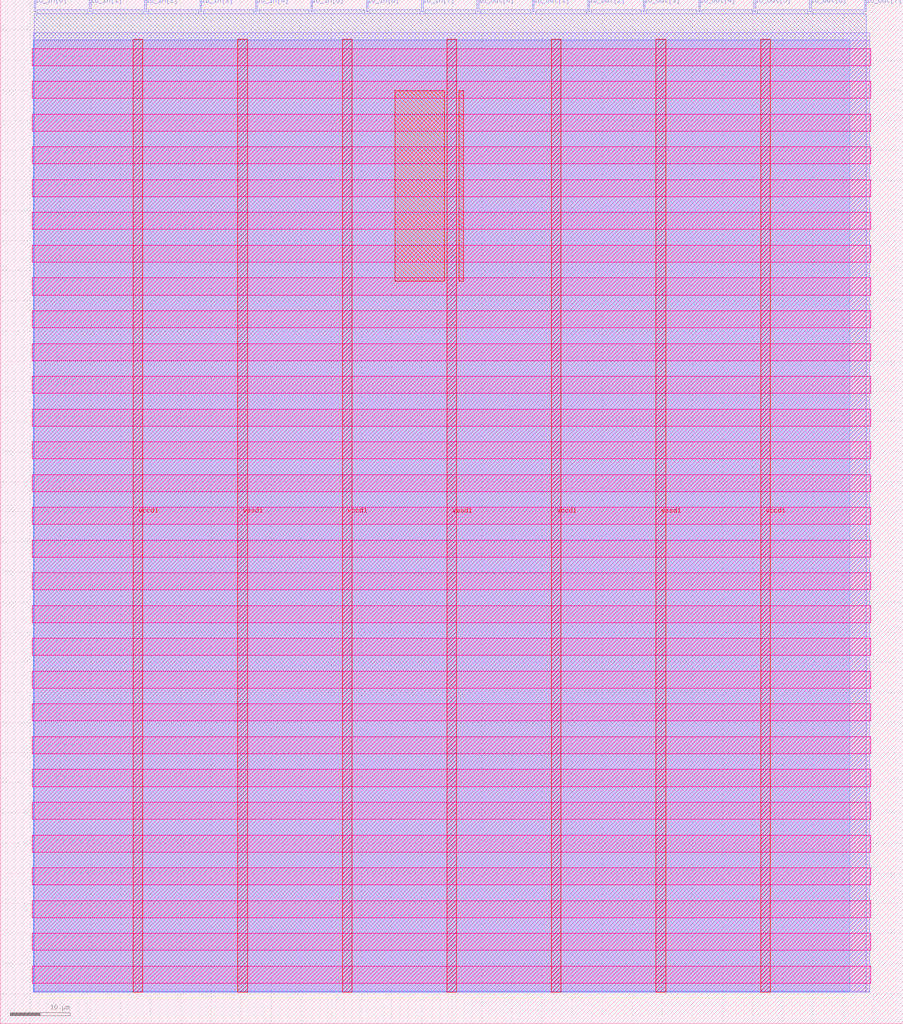
<source format=lef>
VERSION 5.7 ;
  NOWIREEXTENSIONATPIN ON ;
  DIVIDERCHAR "/" ;
  BUSBITCHARS "[]" ;
MACRO alu_top
  CLASS BLOCK ;
  FOREIGN alu_top ;
  ORIGIN 0.000 0.000 ;
  SIZE 150.000 BY 170.000 ;
  PIN io_in[0]
    DIRECTION INPUT ;
    USE SIGNAL ;
    PORT
      LAYER met2 ;
        RECT 5.610 168.000 5.890 170.000 ;
    END
  END io_in[0]
  PIN io_in[1]
    DIRECTION INPUT ;
    USE SIGNAL ;
    PORT
      LAYER met2 ;
        RECT 14.810 168.000 15.090 170.000 ;
    END
  END io_in[1]
  PIN io_in[2]
    DIRECTION INPUT ;
    USE SIGNAL ;
    PORT
      LAYER met2 ;
        RECT 24.010 168.000 24.290 170.000 ;
    END
  END io_in[2]
  PIN io_in[3]
    DIRECTION INPUT ;
    USE SIGNAL ;
    PORT
      LAYER met2 ;
        RECT 33.210 168.000 33.490 170.000 ;
    END
  END io_in[3]
  PIN io_in[4]
    DIRECTION INPUT ;
    USE SIGNAL ;
    PORT
      LAYER met2 ;
        RECT 42.410 168.000 42.690 170.000 ;
    END
  END io_in[4]
  PIN io_in[5]
    DIRECTION INPUT ;
    USE SIGNAL ;
    PORT
      LAYER met2 ;
        RECT 51.610 168.000 51.890 170.000 ;
    END
  END io_in[5]
  PIN io_in[6]
    DIRECTION INPUT ;
    USE SIGNAL ;
    PORT
      LAYER met2 ;
        RECT 60.810 168.000 61.090 170.000 ;
    END
  END io_in[6]
  PIN io_in[7]
    DIRECTION INPUT ;
    USE SIGNAL ;
    PORT
      LAYER met2 ;
        RECT 70.010 168.000 70.290 170.000 ;
    END
  END io_in[7]
  PIN io_out[0]
    DIRECTION OUTPUT TRISTATE ;
    USE SIGNAL ;
    PORT
      LAYER met2 ;
        RECT 79.210 168.000 79.490 170.000 ;
    END
  END io_out[0]
  PIN io_out[1]
    DIRECTION OUTPUT TRISTATE ;
    USE SIGNAL ;
    PORT
      LAYER met2 ;
        RECT 88.410 168.000 88.690 170.000 ;
    END
  END io_out[1]
  PIN io_out[2]
    DIRECTION OUTPUT TRISTATE ;
    USE SIGNAL ;
    PORT
      LAYER met2 ;
        RECT 97.610 168.000 97.890 170.000 ;
    END
  END io_out[2]
  PIN io_out[3]
    DIRECTION OUTPUT TRISTATE ;
    USE SIGNAL ;
    PORT
      LAYER met2 ;
        RECT 106.810 168.000 107.090 170.000 ;
    END
  END io_out[3]
  PIN io_out[4]
    DIRECTION OUTPUT TRISTATE ;
    USE SIGNAL ;
    PORT
      LAYER met2 ;
        RECT 116.010 168.000 116.290 170.000 ;
    END
  END io_out[4]
  PIN io_out[5]
    DIRECTION OUTPUT TRISTATE ;
    USE SIGNAL ;
    PORT
      LAYER met2 ;
        RECT 125.210 168.000 125.490 170.000 ;
    END
  END io_out[5]
  PIN io_out[6]
    DIRECTION OUTPUT TRISTATE ;
    USE SIGNAL ;
    PORT
      LAYER met2 ;
        RECT 134.410 168.000 134.690 170.000 ;
    END
  END io_out[6]
  PIN io_out[7]
    DIRECTION OUTPUT TRISTATE ;
    USE SIGNAL ;
    PORT
      LAYER met2 ;
        RECT 143.610 168.000 143.890 170.000 ;
    END
  END io_out[7]
  PIN vccd1
    DIRECTION INOUT ;
    USE POWER ;
    PORT
      LAYER met4 ;
        RECT 22.090 5.200 23.690 163.440 ;
    END
    PORT
      LAYER met4 ;
        RECT 56.830 5.200 58.430 163.440 ;
    END
    PORT
      LAYER met4 ;
        RECT 91.570 5.200 93.170 163.440 ;
    END
    PORT
      LAYER met4 ;
        RECT 126.310 5.200 127.910 163.440 ;
    END
  END vccd1
  PIN vssd1
    DIRECTION INOUT ;
    USE GROUND ;
    PORT
      LAYER met4 ;
        RECT 39.460 5.200 41.060 163.440 ;
    END
    PORT
      LAYER met4 ;
        RECT 74.200 5.200 75.800 163.440 ;
    END
    PORT
      LAYER met4 ;
        RECT 108.940 5.200 110.540 163.440 ;
    END
  END vssd1
  OBS
      LAYER nwell ;
        RECT 5.330 159.065 144.630 161.895 ;
        RECT 5.330 153.625 144.630 156.455 ;
        RECT 5.330 148.185 144.630 151.015 ;
        RECT 5.330 142.745 144.630 145.575 ;
        RECT 5.330 137.305 144.630 140.135 ;
        RECT 5.330 131.865 144.630 134.695 ;
        RECT 5.330 126.425 144.630 129.255 ;
        RECT 5.330 120.985 144.630 123.815 ;
        RECT 5.330 115.545 144.630 118.375 ;
        RECT 5.330 110.105 144.630 112.935 ;
        RECT 5.330 104.665 144.630 107.495 ;
        RECT 5.330 99.225 144.630 102.055 ;
        RECT 5.330 93.785 144.630 96.615 ;
        RECT 5.330 88.345 144.630 91.175 ;
        RECT 5.330 82.905 144.630 85.735 ;
        RECT 5.330 77.465 144.630 80.295 ;
        RECT 5.330 72.025 144.630 74.855 ;
        RECT 5.330 66.585 144.630 69.415 ;
        RECT 5.330 61.145 144.630 63.975 ;
        RECT 5.330 55.705 144.630 58.535 ;
        RECT 5.330 50.265 144.630 53.095 ;
        RECT 5.330 44.825 144.630 47.655 ;
        RECT 5.330 39.385 144.630 42.215 ;
        RECT 5.330 33.945 144.630 36.775 ;
        RECT 5.330 28.505 144.630 31.335 ;
        RECT 5.330 23.065 144.630 25.895 ;
        RECT 5.330 17.625 144.630 20.455 ;
        RECT 5.330 12.185 144.630 15.015 ;
        RECT 5.330 6.745 144.630 9.575 ;
      LAYER li1 ;
        RECT 5.520 5.355 144.440 163.285 ;
      LAYER met1 ;
        RECT 5.520 5.200 144.440 164.520 ;
      LAYER met2 ;
        RECT 6.170 167.720 14.530 168.370 ;
        RECT 15.370 167.720 23.730 168.370 ;
        RECT 24.570 167.720 32.930 168.370 ;
        RECT 33.770 167.720 42.130 168.370 ;
        RECT 42.970 167.720 51.330 168.370 ;
        RECT 52.170 167.720 60.530 168.370 ;
        RECT 61.370 167.720 69.730 168.370 ;
        RECT 70.570 167.720 78.930 168.370 ;
        RECT 79.770 167.720 88.130 168.370 ;
        RECT 88.970 167.720 97.330 168.370 ;
        RECT 98.170 167.720 106.530 168.370 ;
        RECT 107.370 167.720 115.730 168.370 ;
        RECT 116.570 167.720 124.930 168.370 ;
        RECT 125.770 167.720 134.130 168.370 ;
        RECT 134.970 167.720 143.330 168.370 ;
        RECT 5.610 5.255 143.880 167.720 ;
      LAYER met3 ;
        RECT 5.585 5.275 141.155 163.365 ;
      LAYER met4 ;
        RECT 65.615 123.255 73.800 154.865 ;
        RECT 76.200 123.255 76.985 154.865 ;
  END
END alu_top
END LIBRARY


</source>
